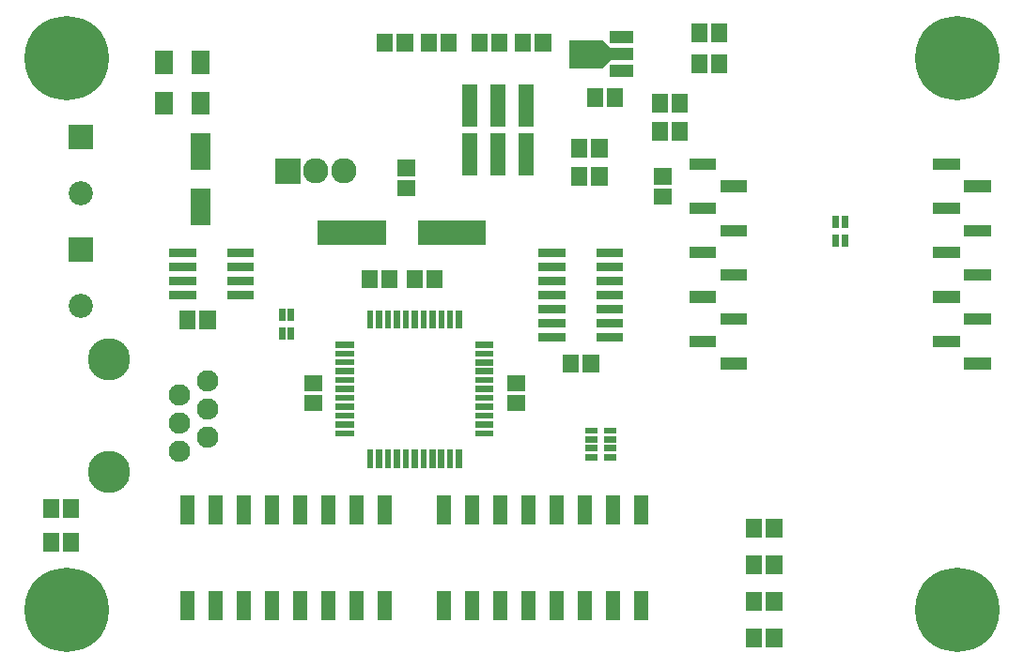
<source format=gbr>
G04 start of page 6 for group -4063 idx -4063 *
G04 Title: (unknown), componentmask *
G04 Creator: pcb 20140316 *
G04 CreationDate: Wed 03 Jan 2018 04:45:06 AM GMT UTC *
G04 For: railfan *
G04 Format: Gerber/RS-274X *
G04 PCB-Dimensions (mil): 3500.00 2300.00 *
G04 PCB-Coordinate-Origin: lower left *
%MOIN*%
%FSLAX25Y25*%
%LNTOPMASK*%
%ADD79R,0.0410X0.0410*%
%ADD78R,0.1005X0.1005*%
%ADD77R,0.0438X0.0438*%
%ADD76R,0.0560X0.0560*%
%ADD75R,0.0227X0.0227*%
%ADD74R,0.0847X0.0847*%
%ADD73R,0.0217X0.0217*%
%ADD72R,0.0500X0.0500*%
%ADD71R,0.0610X0.0610*%
%ADD70R,0.0572X0.0572*%
%ADD69R,0.0690X0.0690*%
%ADD68R,0.0300X0.0300*%
%ADD67C,0.0860*%
%ADD66C,0.1500*%
%ADD65C,0.2997*%
%ADD64C,0.0001*%
%ADD63C,0.0900*%
%ADD62C,0.0760*%
G54D62*X67000Y98500D03*
X57000Y93500D03*
X67000Y88500D03*
X57000Y83500D03*
G54D63*X115500Y173000D03*
X105500D03*
G54D64*G36*
X91000Y177500D02*Y168500D01*
X100000D01*
Y177500D01*
X91000D01*
G37*
G54D65*X333000Y213000D03*
G54D62*X67000Y78500D03*
X57000Y73500D03*
G54D66*X32000Y106000D03*
G54D65*X17000Y213000D03*
G54D64*G36*
X17700Y149300D02*Y140700D01*
X26300D01*
Y149300D01*
X17700D01*
G37*
G54D67*X22000Y125000D03*
G54D64*G36*
X17700Y189300D02*Y180700D01*
X26300D01*
Y189300D01*
X17700D01*
G37*
G54D67*X22000Y165000D03*
G54D66*X32000Y66000D03*
G54D65*X17000Y17000D03*
X333000D03*
G54D68*X55000Y144000D02*X61500D01*
X55000Y139000D02*X61500D01*
X55000Y134000D02*X61500D01*
G54D69*X64500Y163307D02*Y157008D01*
G54D68*X75500Y129000D02*X82000D01*
X75500Y134000D02*X82000D01*
X75500Y139000D02*X82000D01*
X75500Y144000D02*X82000D01*
X55000Y129000D02*X61500D01*
G54D70*X59957Y120393D02*Y119607D01*
X67043Y120393D02*Y119607D01*
G54D71*X51500Y212500D02*Y210500D01*
X64500Y212500D02*Y210500D01*
X51500Y198000D02*Y196000D01*
X64500Y198000D02*Y196000D01*
G54D69*Y182992D02*Y176693D01*
G54D72*X60000Y21150D02*Y15950D01*
X70000Y21150D02*Y15950D01*
X80000Y21150D02*Y15950D01*
X90000Y21150D02*Y15950D01*
X100000Y21150D02*Y15950D01*
X110000Y21150D02*Y15950D01*
X120000Y21150D02*Y15950D01*
X130000Y21150D02*Y15950D01*
X60000Y55050D02*Y49850D01*
X70000Y55050D02*Y49850D01*
X80000Y55050D02*Y49850D01*
X90000Y55050D02*Y49850D01*
X100000Y55050D02*Y49850D01*
X110000Y55050D02*Y49850D01*
X120000Y55050D02*Y49850D01*
X130000Y55050D02*Y49850D01*
G54D70*X11457Y53393D02*Y52607D01*
X18543Y53393D02*Y52607D01*
Y41393D02*Y40607D01*
X11457Y41393D02*Y40607D01*
G54D73*X134201Y122398D02*Y117972D01*
X131052Y122398D02*Y117972D01*
X127902Y122398D02*Y117972D01*
X124752Y122398D02*Y117972D01*
G54D74*X110409Y151000D02*X126157D01*
G54D70*X140457Y134893D02*Y134107D01*
X124457Y134893D02*Y134107D01*
X131543Y134893D02*Y134107D01*
G54D73*X113602Y98650D02*X118028D01*
G54D70*X104107Y97543D02*X104893D01*
G54D73*X113602Y95500D02*X118028D01*
X113602Y92351D02*X118028D01*
X113602Y89201D02*X118028D01*
X113602Y86052D02*X118028D01*
X113602Y82902D02*X118028D01*
G54D70*X104107Y90457D02*X104893D01*
G54D73*X113602Y79752D02*X118028D01*
X124752Y73028D02*Y68602D01*
X127901Y73028D02*Y68602D01*
X131051Y73028D02*Y68602D01*
X134200Y73028D02*Y68602D01*
X137350Y73028D02*Y68602D01*
X140500Y73028D02*Y68602D01*
X143649Y73028D02*Y68602D01*
X113602Y111248D02*X118028D01*
X113602Y108099D02*X118028D01*
X113602Y104949D02*X118028D01*
X113602Y101800D02*X118028D01*
G54D75*X96575Y122783D02*Y120913D01*
X93425Y122783D02*Y120913D01*
Y116087D02*Y114217D01*
X96575Y116087D02*Y114217D01*
G54D70*X204457Y199393D02*Y198607D01*
G54D76*X180000Y200984D02*Y191496D01*
X170000Y200984D02*Y191496D01*
X160000Y200984D02*Y191496D01*
G54D70*X137043Y218893D02*Y218107D01*
X129957Y218893D02*Y218107D01*
X152543Y218893D02*Y218107D01*
X145457Y218893D02*Y218107D01*
X178957Y218893D02*Y218107D01*
X186043Y218893D02*Y218107D01*
X163457Y218893D02*Y218107D01*
X170543Y218893D02*Y218107D01*
G54D73*X156248Y122398D02*Y117972D01*
X153099Y122398D02*Y117972D01*
X149949Y122398D02*Y117972D01*
X146800Y122398D02*Y117972D01*
X143650Y122398D02*Y117972D01*
X140500Y122398D02*Y117972D01*
X137351Y122398D02*Y117972D01*
G54D74*X145843Y151000D02*X161591D01*
G54D70*X147543Y134893D02*Y134107D01*
X137107Y174043D02*X137893D01*
G54D76*X160000Y183504D02*Y174016D01*
X170000Y183504D02*Y174016D01*
X180000Y183504D02*Y174016D01*
G54D70*X137107Y166957D02*X137893D01*
G54D68*X206500Y119000D02*X213000D01*
X206500Y124000D02*X213000D01*
X206500Y129000D02*X213000D01*
X206500Y134000D02*X213000D01*
X206500Y139000D02*X213000D01*
X206500Y144000D02*X213000D01*
X186000D02*X192500D01*
X186000Y139000D02*X192500D01*
X186000Y134000D02*X192500D01*
X186000Y129000D02*X192500D01*
X186000Y124000D02*X192500D01*
X186000Y119000D02*X192500D01*
G54D70*X211543Y199393D02*Y198607D01*
X234543Y197393D02*Y196607D01*
X227457Y197393D02*Y196607D01*
X234543Y187393D02*Y186607D01*
X227457Y187393D02*Y186607D01*
G54D77*X211890Y208594D02*X215984D01*
X204174Y214500D02*X215984D01*
G54D78*X200550D02*X202440D01*
G54D64*G36*
X205321Y211195D02*X208585Y214459D01*
X210429Y212615D01*
X207165Y209351D01*
X205321Y211195D01*
G37*
G36*
X207165Y219649D02*X210429Y216385D01*
X208585Y214541D01*
X205321Y217805D01*
X207165Y219649D01*
G37*
G54D77*X211890Y220406D02*X215984D01*
G54D70*X198957Y181393D02*Y180607D01*
X206043Y181393D02*Y180607D01*
X198957Y171393D02*Y170607D01*
X206043Y171393D02*Y170607D01*
X241457Y222393D02*Y221607D01*
X248543Y222393D02*Y221607D01*
X241457Y211393D02*Y210607D01*
X248543Y211393D02*Y210607D01*
G54D75*X202217Y80724D02*X204087D01*
X202217Y77575D02*X204087D01*
X202217Y74425D02*X204087D01*
X202217Y71276D02*X204087D01*
X208913D02*X210783D01*
X208913Y74425D02*X210783D01*
X208913Y77575D02*X210783D01*
X208913Y80724D02*X210783D01*
G54D68*X206500Y114000D02*X213000D01*
G54D72*X151000Y21150D02*Y15950D01*
X161000Y21150D02*Y15950D01*
X171000Y21150D02*Y15950D01*
X181000Y21150D02*Y15950D01*
X191000Y21150D02*Y15950D01*
X201000Y21150D02*Y15950D01*
X211000Y21150D02*Y15950D01*
X221000Y21150D02*Y15950D01*
G54D70*X268043Y7393D02*Y6607D01*
X260957Y7393D02*Y6607D01*
X268043Y20393D02*Y19607D01*
X260957Y20393D02*Y19607D01*
X268043Y33393D02*Y32607D01*
X260957Y33393D02*Y32607D01*
X268043Y46393D02*Y45607D01*
X260957Y46393D02*Y45607D01*
G54D72*X151000Y55050D02*Y49850D01*
G54D73*X146799Y73028D02*Y68602D01*
X149948Y73028D02*Y68602D01*
X153098Y73028D02*Y68602D01*
X156248Y73028D02*Y68602D01*
G54D72*X161000Y55050D02*Y49850D01*
X171000Y55050D02*Y49850D01*
X181000Y55050D02*Y49850D01*
X191000Y55050D02*Y49850D01*
X201000Y55050D02*Y49850D01*
X211000Y55050D02*Y49850D01*
X221000Y55050D02*Y49850D01*
G54D73*X162972Y79752D02*X167398D01*
X162972Y82901D02*X167398D01*
X162972Y86051D02*X167398D01*
X162972Y98649D02*X167398D01*
X162972Y101799D02*X167398D01*
X162972Y104948D02*X167398D01*
X162972Y108098D02*X167398D01*
X162972Y111248D02*X167398D01*
X162972Y89200D02*X167398D01*
X162972Y92350D02*X167398D01*
X162972Y95500D02*X167398D01*
G54D70*X176107Y90457D02*X176893D01*
X176107Y97543D02*X176893D01*
G54D68*X186000Y114000D02*X192500D01*
G54D70*X203043Y104893D02*Y104107D01*
X195957Y104893D02*Y104107D01*
G54D75*X293075Y155783D02*Y153913D01*
X289925Y155783D02*Y153913D01*
G54D79*X239945Y175433D02*X245457D01*
X239945Y159685D02*X245457D01*
X250929Y167559D02*X256441D01*
G54D75*X289925Y149087D02*Y147217D01*
X293075Y149087D02*Y147217D01*
G54D79*X239945Y143937D02*X245457D01*
X239945Y128189D02*X245457D01*
X239945Y112441D02*X245457D01*
X250929Y104567D02*X256441D01*
X250929Y120315D02*X256441D01*
X250929Y136063D02*X256441D01*
X250929Y151811D02*X256441D01*
G54D70*X228107Y163957D02*X228893D01*
X228107Y171043D02*X228893D01*
G54D79*X326559Y175433D02*X332071D01*
X326559Y159685D02*X332071D01*
X326559Y143937D02*X332071D01*
X326559Y128189D02*X332071D01*
X326559Y112441D02*X332071D01*
X337543Y104567D02*X343055D01*
X337543Y120315D02*X343055D01*
X337543Y136063D02*X343055D01*
X337543Y151811D02*X343055D01*
X337543Y167559D02*X343055D01*
M02*

</source>
